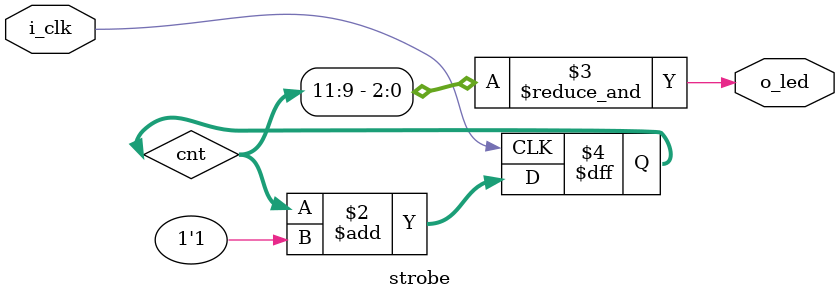
<source format=sv>
module strobe(  input logic i_clk,
                output logic o_led);
    parameter int WIDTH = 12;
    reg [WIDTH - 1:0] cnt;

    always_ff @(posedge i_clk)
    cnt <= cnt + 1'b1;
    assign o_led = &cnt[WIDTH - 1:WIDTH - 3];
endmodule

</source>
